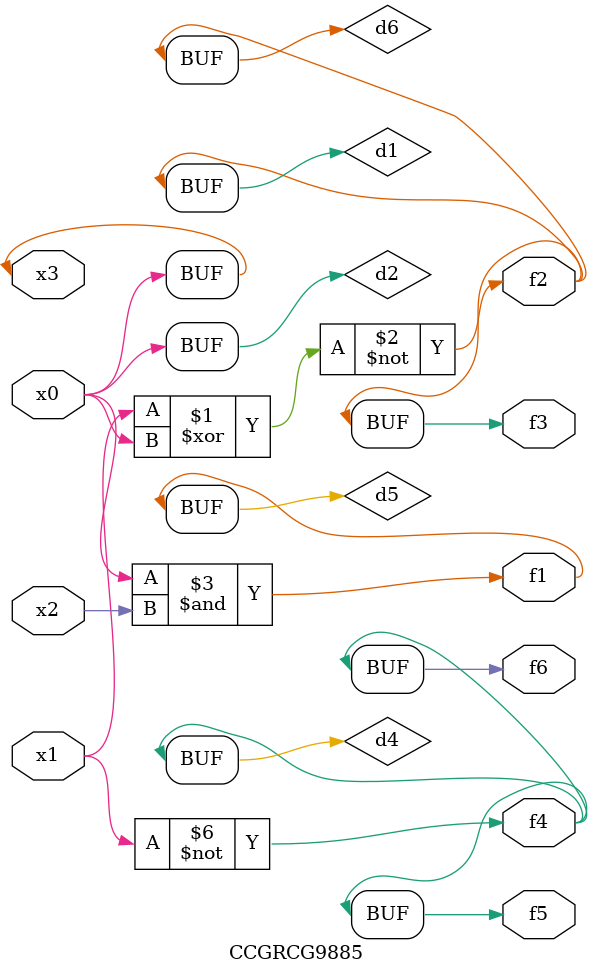
<source format=v>
module CCGRCG9885(
	input x0, x1, x2, x3,
	output f1, f2, f3, f4, f5, f6
);

	wire d1, d2, d3, d4, d5, d6;

	xnor (d1, x1, x3);
	buf (d2, x0, x3);
	nand (d3, x0, x2);
	not (d4, x1);
	nand (d5, d3);
	or (d6, d1);
	assign f1 = d5;
	assign f2 = d6;
	assign f3 = d6;
	assign f4 = d4;
	assign f5 = d4;
	assign f6 = d4;
endmodule

</source>
